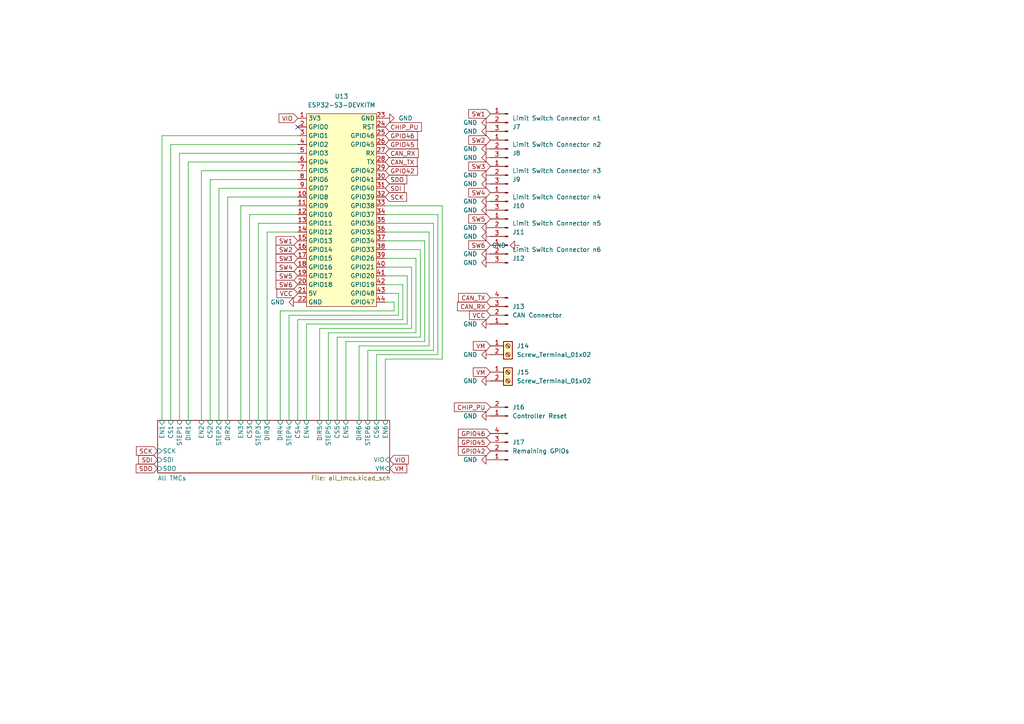
<source format=kicad_sch>
(kicad_sch (version 20250114) (generator "eeschema") (generator_version "9.0")
  (paper "A4")
  (lib_symbols
    (symbol "Connector:Conn_01x02_Pin" (pin_names (offset 1.016) (hide yes))
      (property "Reference" "J" (at 0 2.54 0))
      (property "Value" "Conn_01x02_Pin" (at 0 -5.08 0))
      (symbol "Conn_01x02_Pin_1_1"
        (rectangle (start 0.8636 0.127) (end 0 -0.127) (stroke (width 0.1524)) (fill (type outline)))
        (rectangle (start 0.8636 -2.413) (end 0 -2.667) (stroke (width 0.1524)) (fill (type outline)))
        (polyline (pts (xy 1.27 0) (xy 0.8636 0)) (stroke (width 0.1524)))
        (polyline (pts (xy 1.27 -2.54) (xy 0.8636 -2.54)) (stroke (width 0.1524)))
        (pin passive line (at 5.08 0 180) (length 3.81) (name "Pin_1") (number "1"))
        (pin passive line (at 5.08 -2.54 180) (length 3.81) (name "Pin_2") (number "2"))
      )
    )
    (symbol "Connector:Conn_01x03_Pin" (pin_names (offset 1.016) (hide yes))
      (property "Reference" "J" (at 0 5.08 0))
      (property "Value" "Conn_01x03_Pin" (at 0 -5.08 0))
      (symbol "Conn_01x03_Pin_1_1"
        (rectangle (start 0.8636 2.667) (end 0 2.413) (stroke (width 0.1524)) (fill (type outline)))
        (rectangle (start 0.8636 0.127) (end 0 -0.127) (stroke (width 0.1524)) (fill (type outline)))
        (rectangle (start 0.8636 -2.413) (end 0 -2.667) (stroke (width 0.1524)) (fill (type outline)))
        (polyline (pts (xy 1.27 2.54) (xy 0.8636 2.54)) (stroke (width 0.1524)))
        (polyline (pts (xy 1.27 0) (xy 0.8636 0)) (stroke (width 0.1524)))
        (polyline (pts (xy 1.27 -2.54) (xy 0.8636 -2.54)) (stroke (width 0.1524)))
        (pin passive line (at 5.08 2.54 180) (length 3.81) (name "Pin_1") (number "1"))
        (pin passive line (at 5.08 0 180) (length 3.81) (name "Pin_2") (number "2"))
        (pin passive line (at 5.08 -2.54 180) (length 3.81) (name "Pin_3") (number "3"))
      )
    )
    (symbol "Connector:Conn_01x04_Pin" (pin_names (offset 1.016) (hide yes))
      (property "Reference" "J" (at 0 5.08 0))
      (property "Value" "Conn_01x04_Pin" (at 0 -7.62 0))
      (symbol "Conn_01x04_Pin_1_1"
        (rectangle (start 0.8636 2.667) (end 0 2.413) (stroke (width 0.1524)) (fill (type outline)))
        (rectangle (start 0.8636 0.127) (end 0 -0.127) (stroke (width 0.1524)) (fill (type outline)))
        (rectangle (start 0.8636 -2.413) (end 0 -2.667) (stroke (width 0.1524)) (fill (type outline)))
        (rectangle (start 0.8636 -4.953) (end 0 -5.207) (stroke (width 0.1524)) (fill (type outline)))
        (polyline (pts (xy 1.27 2.54) (xy 0.8636 2.54)) (stroke (width 0.1524)))
        (polyline (pts (xy 1.27 0) (xy 0.8636 0)) (stroke (width 0.1524)))
        (polyline (pts (xy 1.27 -2.54) (xy 0.8636 -2.54)) (stroke (width 0.1524)))
        (polyline (pts (xy 1.27 -5.08) (xy 0.8636 -5.08)) (stroke (width 0.1524)))
        (pin passive line (at 5.08 2.54 180) (length 3.81) (name "Pin_1") (number "1"))
        (pin passive line (at 5.08 0 180) (length 3.81) (name "Pin_2") (number "2"))
        (pin passive line (at 5.08 -2.54 180) (length 3.81) (name "Pin_3") (number "3"))
        (pin passive line (at 5.08 -5.08 180) (length 3.81) (name "Pin_4") (number "4"))
      )
    )
    (symbol "Connector:Screw_Terminal_01x02" (pin_names (offset 1.016) (hide yes))
      (property "Reference" "J" (at 0 2.54 0))
      (property "Value" "Screw_Terminal_01x02" (at 0 -5.08 0))
      (symbol "Screw_Terminal_01x02_1_1"
        (rectangle (start -1.27 1.27) (end 1.27 -3.81) (stroke (width 0.254)) (fill (type background)))
        (polyline (pts (xy -0.5334 0.3302) (xy 0.3302 -0.508)) (stroke (width 0.1524)))
        (polyline (pts (xy -0.5334 -2.2098) (xy 0.3302 -3.048)) (stroke (width 0.1524)))
        (polyline (pts (xy -0.3556 0.508) (xy 0.508 -0.3302)) (stroke (width 0.1524)))
        (polyline (pts (xy -0.3556 -2.032) (xy 0.508 -2.8702)) (stroke (width 0.1524)))
        (circle (center 0 0) (radius 0.635) (stroke (width 0.1524)))
        (circle (center 0 -2.54) (radius 0.635) (stroke (width 0.1524)))
        (pin passive line (at -5.08 0 0) (length 3.81) (name "Pin_1") (number "1"))
        (pin passive line (at -5.08 -2.54 0) (length 3.81) (name "Pin_2") (number "2"))
      )
    )
    (symbol "Custom Symbols:ESP32-S3-DEVKITM_FEMALE_HEADERS"
      (property "Reference" "U" (at 0 59.182 0))
      (property "Value" "ESP32-S3-DEVKITM" (at 0 57.15 0))
      (symbol "ESP32-S3-DEVKITM_FEMALE_HEADERS_1_0"
        (pin input line (at -12.7 52.07 0) (length 2.54) (name "GPIO0") (number "2"))
        (pin bidirectional line (at -12.7 49.53 0) (length 2.54) (name "GPIO1") (number "3"))
        (pin bidirectional line (at -12.7 46.99 0) (length 2.54) (name "GPIO2") (number "4"))
        (pin bidirectional line (at -12.7 44.45 0) (length 2.54) (name "GPIO3") (number "5"))
        (pin bidirectional line (at -12.7 41.91 0) (length 2.54) (name "GPIO4") (number "6"))
        (pin bidirectional line (at -12.7 39.37 0) (length 2.54) (name "GPIO5") (number "7"))
        (pin bidirectional line (at -12.7 36.83 0) (length 2.54) (name "GPIO6") (number "8"))
        (pin bidirectional line (at -12.7 34.29 0) (length 2.54) (name "GPIO7") (number "9"))
        (pin bidirectional line (at -12.7 31.75 0) (length 2.54) (name "GPIO8") (number "10"))
        (pin bidirectional line (at -12.7 29.21 0) (length 2.54) (name "GPIO9") (number "11"))
        (pin bidirectional line (at -12.7 26.67 0) (length 2.54) (name "GPIO10") (number "12"))
        (pin bidirectional line (at -12.7 24.13 0) (length 2.54) (name "GPIO11") (number "13"))
        (pin bidirectional line (at -12.7 21.59 0) (length 2.54) (name "GPIO12") (number "14"))
        (pin bidirectional line (at -12.7 19.05 0) (length 2.54) (name "GPIO13") (number "15"))
        (pin bidirectional line (at -12.7 16.51 0) (length 2.54) (name "GPIO14") (number "16"))
        (pin bidirectional line (at -12.7 13.97 0) (length 2.54) (name "GPIO15") (number "17"))
        (pin bidirectional line (at -12.7 11.43 0) (length 2.54) (name "GPIO16") (number "18"))
        (pin bidirectional line (at -12.7 8.89 0) (length 2.54) (name "GPIO17") (number "19"))
        (pin bidirectional line (at -12.7 6.35 0) (length 2.54) (name "GPIO18") (number "20"))
        (pin bidirectional line (at -12.7 3.81 0) (length 2.54) (name "5V") (number "21"))
        (pin bidirectional line (at -12.7 1.27 0) (length 2.54) (name "GND") (number "22"))
        (pin bidirectional line (at 12.7 54.61 180) (length 2.54) (name "GND") (number "23"))
        (pin bidirectional line (at 12.7 52.07 180) (length 2.54) (name "RST") (number "24"))
        (pin bidirectional line (at 12.7 49.53 180) (length 2.54) (name "GPIO46") (number "25"))
        (pin bidirectional line (at 12.7 46.99 180) (length 2.54) (name "GPIO45") (number "26"))
        (pin bidirectional line (at 12.7 44.45 180) (length 2.54) (name "RX") (number "27"))
        (pin bidirectional line (at 12.7 41.91 180) (length 2.54) (name "TX") (number "28"))
        (pin bidirectional line (at 12.7 39.37 180) (length 2.54) (name "GPIO42") (number "29"))
        (pin bidirectional line (at 12.7 36.83 180) (length 2.54) (name "GPIO41") (number "30"))
        (pin bidirectional line (at 12.7 34.29 180) (length 2.54) (name "GPIO40") (number "31"))
        (pin bidirectional line (at 12.7 31.75 180) (length 2.54) (name "GPIO39") (number "32"))
        (pin bidirectional line (at 12.7 29.21 180) (length 2.54) (name "GPIO38") (number "33"))
        (pin bidirectional line (at 12.7 26.67 180) (length 2.54) (name "GPIO37") (number "34"))
        (pin bidirectional line (at 12.7 24.13 180) (length 2.54) (name "GPIO36") (number "35"))
        (pin bidirectional line (at 12.7 21.59 180) (length 2.54) (name "GPIO35") (number "36"))
        (pin bidirectional line (at 12.7 19.05 180) (length 2.54) (name "GPIO34") (number "37"))
        (pin bidirectional line (at 12.7 16.51 180) (length 2.54) (name "GPIO33") (number "38"))
        (pin bidirectional line (at 12.7 13.97 180) (length 2.54) (name "GPIO26") (number "39"))
        (pin bidirectional line (at 12.7 11.43 180) (length 2.54) (name "GPIO21") (number "40"))
        (pin bidirectional line (at 12.7 8.89 180) (length 2.54) (name "GPIO20") (number "41"))
        (pin bidirectional line (at 12.7 6.35 180) (length 2.54) (name "GPIO19") (number "42"))
        (pin bidirectional line (at 12.7 3.81 180) (length 2.54) (name "GPIO48") (number "43"))
        (pin bidirectional line (at 12.7 1.27 180) (length 2.54) (name "GPIO47") (number "44"))
      )
      (symbol "ESP32-S3-DEVKITM_FEMALE_HEADERS_1_1"
        (rectangle (start -10.16 55.88) (end 10.16 0) (fill (type background)))
        (pin bidirectional line (at -12.7 54.61 0) (length 2.54) (name "3V3") (number "1"))
      )
    )
    (symbol "power:GND" (power) (pin_numbers (hide yes)) (pin_names (offset 0) (hide yes))
      (property "Value" "GND" (at 0 -3.81 0))
      (symbol "GND_0_1"
        (polyline (pts (xy 0 0) (xy 0 -1.27) (xy 1.27 -1.27) (xy 0 -2.54) (xy -1.27 -1.27) (xy 0 -1.27)))
      )
      (symbol "GND_1_1"
        (pin power_in line (at 0 0 270) (length 0) (name "~") (number "1"))
      )
    )
  )
  (no_connect (at 86.36 36.83))
  (wire (pts (xy 119.38 77.47) (xy 111.76 77.47)))
  (wire (pts (xy 49.53 41.91) (xy 49.53 121.92)))
  (wire (pts (xy 125.73 64.77) (xy 125.73 101.6)))
  (wire (pts (xy 124.46 67.31) (xy 124.46 100.33)))
  (wire (pts (xy 104.14 100.33) (xy 124.46 100.33)))
  (wire (pts (xy 115.57 91.44) (xy 115.57 85.09)))
  (wire (pts (xy 128.27 59.69) (xy 128.27 104.14)))
  (wire (pts (xy 120.65 74.93) (xy 111.76 74.93)))
  (wire (pts (xy 100.33 99.06) (xy 123.19 99.06)))
  (wire (pts (xy 114.3 90.17) (xy 114.3 87.63)))
  (wire (pts (xy 116.84 82.55) (xy 111.76 82.55)))
  (wire (pts (xy 74.93 64.77) (xy 74.93 121.92)))
  (wire (pts (xy 83.82 121.92) (xy 83.82 91.44)))
  (wire (pts (xy 58.42 49.53) (xy 58.42 121.92)))
  (wire (pts (xy 88.9 93.98) (xy 118.11 93.98)))
  (wire (pts (xy 86.36 52.07) (xy 60.96 52.07)))
  (wire (pts (xy 123.19 69.85) (xy 111.76 69.85)))
  (wire (pts (xy 83.82 91.44) (xy 115.57 91.44)))
  (wire (pts (xy 106.68 121.92) (xy 106.68 101.6)))
  (wire (pts (xy 86.36 62.23) (xy 72.39 62.23)))
  (wire (pts (xy 63.5 54.61) (xy 63.5 121.92)))
  (wire (pts (xy 86.36 121.92) (xy 86.36 92.71)))
  (wire (pts (xy 111.76 104.14) (xy 128.27 104.14)))
  (wire (pts (xy 92.71 95.25) (xy 119.38 95.25)))
  (wire (pts (xy 118.11 80.01) (xy 111.76 80.01)))
  (wire (pts (xy 86.36 59.69) (xy 69.85 59.69)))
  (wire (pts (xy 86.36 44.45) (xy 52.07 44.45)))
  (wire (pts (xy 72.39 62.23) (xy 72.39 121.92)))
  (wire (pts (xy 86.36 92.71) (xy 116.84 92.71)))
  (wire (pts (xy 66.04 57.15) (xy 66.04 121.92)))
  (wire (pts (xy 81.28 90.17) (xy 114.3 90.17)))
  (wire (pts (xy 86.36 57.15) (xy 66.04 57.15)))
  (wire (pts (xy 118.11 93.98) (xy 118.11 80.01)))
  (wire (pts (xy 127 62.23) (xy 127 102.87)))
  (wire (pts (xy 127 62.23) (xy 111.76 62.23)))
  (wire (pts (xy 123.19 69.85) (xy 123.19 99.06)))
  (wire (pts (xy 60.96 52.07) (xy 60.96 121.92)))
  (wire (pts (xy 92.71 121.92) (xy 92.71 95.25)))
  (wire (pts (xy 125.73 64.77) (xy 111.76 64.77)))
  (wire (pts (xy 86.36 54.61) (xy 63.5 54.61)))
  (wire (pts (xy 52.07 44.45) (xy 52.07 121.92)))
  (wire (pts (xy 128.27 59.69) (xy 111.76 59.69)))
  (wire (pts (xy 116.84 92.71) (xy 116.84 82.55)))
  (wire (pts (xy 120.65 74.93) (xy 120.65 96.52)))
  (wire (pts (xy 97.79 121.92) (xy 97.79 97.79)))
  (wire (pts (xy 104.14 121.92) (xy 104.14 100.33)))
  (wire (pts (xy 106.68 101.6) (xy 125.73 101.6)))
  (wire (pts (xy 95.25 121.92) (xy 95.25 96.52)))
  (wire (pts (xy 86.36 46.99) (xy 54.61 46.99)))
  (wire (pts (xy 97.79 97.79) (xy 121.92 97.79)))
  (wire (pts (xy 86.36 41.91) (xy 49.53 41.91)))
  (wire (pts (xy 121.92 72.39) (xy 121.92 97.79)))
  (wire (pts (xy 46.99 39.37) (xy 46.99 121.92)))
  (wire (pts (xy 111.76 121.92) (xy 111.76 104.14)))
  (wire (pts (xy 86.36 67.31) (xy 77.47 67.31)))
  (wire (pts (xy 95.25 96.52) (xy 120.65 96.52)))
  (wire (pts (xy 86.36 39.37) (xy 46.99 39.37)))
  (wire (pts (xy 81.28 121.92) (xy 81.28 90.17)))
  (wire (pts (xy 121.92 72.39) (xy 111.76 72.39)))
  (wire (pts (xy 77.47 67.31) (xy 77.47 121.92)))
  (wire (pts (xy 86.36 49.53) (xy 58.42 49.53)))
  (wire (pts (xy 100.33 121.92) (xy 100.33 99.06)))
  (wire (pts (xy 114.3 87.63) (xy 111.76 87.63)))
  (wire (pts (xy 124.46 67.31) (xy 111.76 67.31)))
  (wire (pts (xy 86.36 64.77) (xy 74.93 64.77)))
  (wire (pts (xy 119.38 77.47) (xy 119.38 95.25)))
  (wire (pts (xy 115.57 85.09) (xy 111.76 85.09)))
  (wire (pts (xy 69.85 59.69) (xy 69.85 121.92)))
  (wire (pts (xy 88.9 121.92) (xy 88.9 93.98)))
  (wire (pts (xy 109.22 121.92) (xy 109.22 102.87)))
  (wire (pts (xy 109.22 102.87) (xy 127 102.87)))
  (wire (pts (xy 54.61 46.99) (xy 54.61 121.92)))
  (global_label "SDI" (shape input) (at 45.72 133.35 180) (property "Intersheetrefs" "${INTERSHEET_REFS}" (effects (hide yes))))
  (global_label "VIO" (shape input) (at 86.36 34.29 180) (property "Intersheetrefs" "${INTERSHEET_REFS}" (effects (hide yes))))
  (global_label "GPIO42" (shape input) (at 142.24 130.81 180) (property "Intersheetrefs" "${INTERSHEET_REFS}" (effects (hide yes))))
  (global_label "SW6" (shape input) (at 86.36 82.55 180) (property "Intersheetrefs" "${INTERSHEET_REFS}" (effects (hide yes))))
  (global_label "CAN_RX" (shape input) (at 142.24 88.9 180) (property "Intersheetrefs" "${INTERSHEET_REFS}" (effects (hide yes))))
  (global_label "VM" (shape input) (at 142.24 100.33 180) (property "Intersheetrefs" "${INTERSHEET_REFS}" (effects (hide yes))))
  (global_label "GPIO46" (shape input) (at 111.76 39.37 0) (property "Intersheetrefs" "${INTERSHEET_REFS}" (effects (hide yes))))
  (global_label "SDO" (shape input) (at 111.76 52.07 0) (property "Intersheetrefs" "${INTERSHEET_REFS}" (effects (hide yes))))
  (global_label "CAN_RX" (shape input) (at 111.76 44.45 0) (property "Intersheetrefs" "${INTERSHEET_REFS}" (effects (hide yes))))
  (global_label "SW1" (shape input) (at 86.36 69.85 180) (property "Intersheetrefs" "${INTERSHEET_REFS}" (effects (hide yes))))
  (global_label "SCK" (shape input) (at 111.76 57.15 0) (property "Intersheetrefs" "${INTERSHEET_REFS}" (effects (hide yes))))
  (global_label "SW3" (shape input) (at 142.24 48.26 180) (property "Intersheetrefs" "${INTERSHEET_REFS}" (effects (hide yes))))
  (global_label "GPIO45" (shape input) (at 111.76 41.91 0) (property "Intersheetrefs" "${INTERSHEET_REFS}" (effects (hide yes))))
  (global_label "SDI" (shape input) (at 111.76 54.61 0) (property "Intersheetrefs" "${INTERSHEET_REFS}" (effects (hide yes))))
  (global_label "GPIO46" (shape input) (at 142.24 125.73 180) (property "Intersheetrefs" "${INTERSHEET_REFS}" (effects (hide yes))))
  (global_label "SCK" (shape input) (at 45.72 130.81 180) (property "Intersheetrefs" "${INTERSHEET_REFS}" (effects (hide yes))))
  (global_label "SW3" (shape input) (at 86.36 74.93 180) (property "Intersheetrefs" "${INTERSHEET_REFS}" (effects (hide yes))))
  (global_label "SDO" (shape input) (at 45.72 135.89 180) (property "Intersheetrefs" "${INTERSHEET_REFS}" (effects (hide yes))))
  (global_label "CHIP_PU" (shape input) (at 142.24 118.11 180) (property "Intersheetrefs" "${INTERSHEET_REFS}" (effects (hide yes))))
  (global_label "CAN_TX" (shape input) (at 142.24 86.36 180) (property "Intersheetrefs" "${INTERSHEET_REFS}" (effects (hide yes))))
  (global_label "SW4" (shape input) (at 142.24 55.88 180) (property "Intersheetrefs" "${INTERSHEET_REFS}" (effects (hide yes))))
  (global_label "VM" (shape input) (at 142.24 107.95 180) (property "Intersheetrefs" "${INTERSHEET_REFS}" (effects (hide yes))))
  (global_label "GPIO42" (shape input) (at 111.76 49.53 0) (property "Intersheetrefs" "${INTERSHEET_REFS}" (effects (hide yes))))
  (global_label "VIO" (shape input) (at 113.03 133.35 0) (property "Intersheetrefs" "${INTERSHEET_REFS}" (effects (hide yes))))
  (global_label "VCC" (shape input) (at 142.24 91.44 180) (property "Intersheetrefs" "${INTERSHEET_REFS}" (effects (hide yes))))
  (global_label "VM" (shape input) (at 113.03 135.89 0) (property "Intersheetrefs" "${INTERSHEET_REFS}" (effects (hide yes))))
  (global_label "SW2" (shape input) (at 142.24 40.64 180) (property "Intersheetrefs" "${INTERSHEET_REFS}" (effects (hide yes))))
  (global_label "VCC" (shape input) (at 86.36 85.09 180) (property "Intersheetrefs" "${INTERSHEET_REFS}" (effects (hide yes))))
  (global_label "SW5" (shape input) (at 86.36 80.01 180) (property "Intersheetrefs" "${INTERSHEET_REFS}" (effects (hide yes))))
  (global_label "CAN_TX" (shape input) (at 111.76 46.99 0) (property "Intersheetrefs" "${INTERSHEET_REFS}" (effects (hide yes))))
  (global_label "CHIP_PU" (shape input) (at 111.76 36.83 0) (property "Intersheetrefs" "${INTERSHEET_REFS}" (effects (hide yes))))
  (global_label "GPIO45" (shape input) (at 142.24 128.27 180) (property "Intersheetrefs" "${INTERSHEET_REFS}" (effects (hide yes))))
  (global_label "SW2" (shape input) (at 86.36 72.39 180) (property "Intersheetrefs" "${INTERSHEET_REFS}" (effects (hide yes))))
  (global_label "SW4" (shape input) (at 86.36 77.47 180) (property "Intersheetrefs" "${INTERSHEET_REFS}" (effects (hide yes))))
  (global_label "SW1" (shape input) (at 142.24 33.02 180) (property "Intersheetrefs" "${INTERSHEET_REFS}" (effects (hide yes))))
  (global_label "SW5" (shape input) (at 142.24 63.5 180) (property "Intersheetrefs" "${INTERSHEET_REFS}" (effects (hide yes))))
  (global_label "SW6" (shape input) (at 142.24 71.12 180) (property "Intersheetrefs" "${INTERSHEET_REFS}" (effects (hide yes))))
  (symbol (lib_id "Connector:Conn_01x04_Pin") (at 147.32 91.44 180) (unit 1)
    (property "Reference" "J13" (at 148.59 88.8999 0) (effects (justify right)))
    (property "Value" "CAN Connector" (at 148.59 91.4399 0) (effects (justify right)))
    (property "Footprint" "Connector_PinHeader_2.54mm:PinHeader_1x04_P2.54mm_Vertical" (effects (hide yes)))
    (property "Description" "Generic connector, single row, 01x04, script generated" (effects (hide yes)))
  )
  (symbol (lib_id "power:GND") (at 142.24 58.42 270) (unit 1)
    (property "Reference" "#PWR023" (effects (hide yes)))
    (property "Value" "GND" (at 138.43 58.4199 90) (effects (justify right)))
    (property "Description" "Power symbol creates a global label with name \"GND\" , ground" (effects (hide yes)))
  )
  (symbol (lib_id "power:GND") (at 142.24 53.34 270) (unit 1)
    (property "Reference" "#PWR059" (effects (hide yes)))
    (property "Value" "GND" (at 138.43 53.3399 90) (effects (justify right)))
    (property "Description" "Power symbol creates a global label with name \"GND\" , ground" (effects (hide yes)))
  )
  (symbol (lib_id "Custom Symbols:ESP32-S3-DEVKITM_FEMALE_HEADERS") (at 99.06 88.9 0) (unit 1)
    (property "Reference" "U13" (at 99.06 27.94 0))
    (property "Value" "ESP32-S3-DEVKITM" (at 99.06 30.48 0))
    (property "Footprint" "Custom_Footprints:ESP32-S3-DEVKITM Female Headers" (effects (hide yes)))
  )
  (symbol (lib_id "Connector:Conn_01x04_Pin") (at 147.32 130.81 180) (unit 1)
    (property "Reference" "J17" (at 148.59 128.2699 0) (effects (justify right)))
    (property "Value" "Remaining GPIOs" (at 148.59 130.8099 0) (effects (justify right)))
    (property "Footprint" "Connector_PinHeader_2.54mm:PinHeader_1x04_P2.54mm_Vertical" (effects (hide yes)))
    (property "Description" "Generic connector, single row, 01x04, script generated" (effects (hide yes)))
  )
  (symbol (lib_id "Connector:Conn_01x03_Pin") (at 147.32 73.66 0) (mirror y) (unit 1)
    (property "Reference" "J12" (at 148.59 74.9301 0) (effects (justify right)))
    (property "Value" "Limit Switch Connector n6" (at 148.59 72.3901 0) (effects (justify right)))
    (property "Footprint" "Connector_PinHeader_2.54mm:PinHeader_1x03_P2.54mm_Vertical" (effects (hide yes)))
    (property "Description" "Generic connector, single row, 01x03, script generated" (effects (hide yes)))
  )
  (symbol (lib_id "Connector:Conn_01x02_Pin") (at 147.32 120.65 180) (unit 1)
    (property "Reference" "J16" (at 148.59 118.1099 0) (effects (justify right)))
    (property "Value" "Controller Reset" (at 148.59 120.6499 0) (effects (justify right)))
    (property "Footprint" "Connector_PinHeader_2.54mm:PinHeader_1x02_P2.54mm_Vertical" (effects (hide yes)))
    (property "Description" "Generic connector, single row, 01x02, script generated" (effects (hide yes)))
  )
  (symbol (lib_id "power:GND") (at 111.76 34.29 90) (unit 1)
    (property "Reference" "#PWR04" (effects (hide yes)))
    (property "Value" "GND" (at 115.57 34.2899 90) (effects (justify right)))
    (property "Description" "Power symbol creates a global label with name \"GND\" , ground" (effects (hide yes)))
  )
  (symbol (lib_id "power:GND") (at 142.24 60.96 270) (unit 1)
    (property "Reference" "#PWR058" (effects (hide yes)))
    (property "Value" "GND" (at 138.43 60.9599 90) (effects (justify right)))
    (property "Description" "Power symbol creates a global label with name \"GND\" , ground" (effects (hide yes)))
  )
  (symbol (lib_id "power:GND") (at 142.24 68.58 270) (unit 1)
    (property "Reference" "#PWR057" (effects (hide yes)))
    (property "Value" "GND" (at 138.43 68.5799 90) (effects (justify right)))
    (property "Description" "Power symbol creates a global label with name \"GND\" , ground" (effects (hide yes)))
  )
  (symbol (lib_id "Connector:Conn_01x03_Pin") (at 147.32 43.18 0) (mirror y) (unit 1)
    (property "Reference" "J8" (at 148.59 44.4501 0) (effects (justify right)))
    (property "Value" "Limit Switch Connector n2" (at 148.59 41.9101 0) (effects (justify right)))
    (property "Footprint" "Connector_PinHeader_2.54mm:PinHeader_1x03_P2.54mm_Vertical" (effects (hide yes)))
    (property "Description" "Generic connector, single row, 01x03, script generated" (effects (hide yes)))
  )
  (symbol (lib_id "power:GND") (at 142.24 120.65 270) (unit 1)
    (property "Reference" "#PWR02" (effects (hide yes)))
    (property "Value" "GND" (at 138.43 120.6499 90) (effects (justify right)))
    (property "Description" "Power symbol creates a global label with name \"GND\" , ground" (effects (hide yes)))
  )
  (symbol (lib_id "power:GND") (at 142.24 133.35 270) (unit 1)
    (property "Reference" "#PWR06" (effects (hide yes)))
    (property "Value" "GND" (at 138.43 133.3499 90) (effects (justify right)))
    (property "Description" "Power symbol creates a global label with name \"GND\" , ground" (effects (hide yes)))
  )
  (symbol (lib_id "Connector:Screw_Terminal_01x02") (at 147.32 100.33 0) (unit 1)
    (property "Reference" "J14" (at 149.86 100.3299 0) (effects (justify left)))
    (property "Value" "Screw_Terminal_01x02" (at 149.86 102.8699 0) (effects (justify left)))
    (property "Footprint" "Custom_Footprints:Phoenix_TerminalBlock_1x02_3.5mm_1984617" (effects (hide yes)))
    (property "Description" "Generic screw terminal, single row, 01x02, script generated (kicad-library-utils/schlib/autogen/connector/)" (effects (hide yes)))
  )
  (symbol (lib_id "power:GND") (at 142.24 93.98 270) (unit 1)
    (property "Reference" "#PWR026" (effects (hide yes)))
    (property "Value" "GND" (at 138.43 93.9799 90) (effects (justify right)))
    (property "Description" "Power symbol creates a global label with name \"GND\" , ground" (effects (hide yes)))
  )
  (symbol (lib_id "Connector:Conn_01x03_Pin") (at 147.32 58.42 0) (mirror y) (unit 1)
    (property "Reference" "J10" (at 148.59 59.6901 0) (effects (justify right)))
    (property "Value" "Limit Switch Connector n4" (at 148.59 57.1501 0) (effects (justify right)))
    (property "Footprint" "Connector_PinHeader_2.54mm:PinHeader_1x03_P2.54mm_Vertical" (effects (hide yes)))
    (property "Description" "Generic connector, single row, 01x03, script generated" (effects (hide yes)))
  )
  (symbol (lib_id "power:GND") (at 142.24 76.2 270) (unit 1)
    (property "Reference" "#PWR027" (effects (hide yes)))
    (property "Value" "GND" (at 138.43 76.1999 90) (effects (justify right)))
    (property "Description" "Power symbol creates a global label with name \"GND\" , ground" (effects (hide yes)))
  )
  (symbol (lib_id "Connector:Conn_01x03_Pin") (at 147.32 35.56 0) (mirror y) (unit 1)
    (property "Reference" "J7" (at 148.59 36.8301 0) (effects (justify right)))
    (property "Value" "Limit Switch Connector n1" (at 148.59 34.2901 0) (effects (justify right)))
    (property "Footprint" "Connector_PinHeader_2.54mm:PinHeader_1x03_P2.54mm_Vertical" (effects (hide yes)))
    (property "Description" "Generic connector, single row, 01x03, script generated" (effects (hide yes)))
  )
  (symbol (lib_id "power:GND") (at 142.24 102.87 270) (unit 1)
    (property "Reference" "#PWR01" (effects (hide yes)))
    (property "Value" "GND" (at 138.43 102.8699 90) (effects (justify right)))
    (property "Description" "Power symbol creates a global label with name \"GND\" , ground" (effects (hide yes)))
  )
  (symbol (lib_id "power:GND") (at 142.24 45.72 270) (unit 1)
    (property "Reference" "#PWR060" (effects (hide yes)))
    (property "Value" "GND" (at 138.43 45.7199 90) (effects (justify right)))
    (property "Description" "Power symbol creates a global label with name \"GND\" , ground" (effects (hide yes)))
  )
  (symbol (lib_id "power:GND") (at 150.5501 71.1792 270) (unit 1)
    (property "Reference" "#PWR062" (effects (hide yes)))
    (property "Value" "GND" (at 146.7401 71.1791 90) (effects (justify right)))
    (property "Description" "Power symbol creates a global label with name \"GND\" , ground" (effects (hide yes)))
  )
  (symbol (lib_id "power:GND") (at 142.24 73.66 270) (unit 1)
    (property "Reference" "#PWR025" (effects (hide yes)))
    (property "Value" "GND" (at 138.43 73.6599 90) (effects (justify right)))
    (property "Description" "Power symbol creates a global label with name \"GND\" , ground" (effects (hide yes)))
  )
  (symbol (lib_id "power:GND") (at 142.24 66.04 270) (unit 1)
    (property "Reference" "#PWR024" (effects (hide yes)))
    (property "Value" "GND" (at 138.43 66.0399 90) (effects (justify right)))
    (property "Description" "Power symbol creates a global label with name \"GND\" , ground" (effects (hide yes)))
  )
  (symbol (lib_id "power:GND") (at 142.24 110.49 270) (unit 1)
    (property "Reference" "#PWR03" (effects (hide yes)))
    (property "Value" "GND" (at 138.43 110.4899 90) (effects (justify right)))
    (property "Description" "Power symbol creates a global label with name \"GND\" , ground" (effects (hide yes)))
  )
  (symbol (lib_id "power:GND") (at 86.36 87.63 270) (unit 1)
    (property "Reference" "#PWR05" (effects (hide yes)))
    (property "Value" "GND" (at 82.55 87.6299 90) (effects (justify right)))
    (property "Description" "Power symbol creates a global label with name \"GND\" , ground" (effects (hide yes)))
  )
  (symbol (lib_id "power:GND") (at 142.24 43.18 270) (unit 1)
    (property "Reference" "#PWR021" (effects (hide yes)))
    (property "Value" "GND" (at 138.43 43.1799 90) (effects (justify right)))
    (property "Description" "Power symbol creates a global label with name \"GND\" , ground" (effects (hide yes)))
  )
  (symbol (lib_id "Connector:Conn_01x03_Pin") (at 147.32 66.04 0) (mirror y) (unit 1)
    (property "Reference" "J11" (at 148.59 67.3101 0) (effects (justify right)))
    (property "Value" "Limit Switch Connector n5" (at 148.59 64.7701 0) (effects (justify right)))
    (property "Footprint" "Connector_PinHeader_2.54mm:PinHeader_1x03_P2.54mm_Vertical" (effects (hide yes)))
    (property "Description" "Generic connector, single row, 01x03, script generated" (effects (hide yes)))
  )
  (symbol (lib_id "power:GND") (at 142.24 38.1 270) (unit 1)
    (property "Reference" "#PWR061" (effects (hide yes)))
    (property "Value" "GND" (at 138.43 38.0999 90) (effects (justify right)))
    (property "Description" "Power symbol creates a global label with name \"GND\" , ground" (effects (hide yes)))
  )
  (symbol (lib_id "power:GND") (at 142.24 50.8 270) (unit 1)
    (property "Reference" "#PWR022" (effects (hide yes)))
    (property "Value" "GND" (at 138.43 50.7999 90) (effects (justify right)))
    (property "Description" "Power symbol creates a global label with name \"GND\" , ground" (effects (hide yes)))
  )
  (symbol (lib_id "power:GND") (at 142.24 35.56 270) (unit 1)
    (property "Reference" "#PWR020" (effects (hide yes)))
    (property "Value" "GND" (at 138.43 35.5599 90) (effects (justify right)))
    (property "Description" "Power symbol creates a global label with name \"GND\" , ground" (effects (hide yes)))
  )
  (symbol (lib_id "Connector:Screw_Terminal_01x02") (at 147.32 107.95 0) (unit 1)
    (property "Reference" "J15" (at 149.86 107.9499 0) (effects (justify left)))
    (property "Value" "Screw_Terminal_01x02" (at 149.86 110.4899 0) (effects (justify left)))
    (property "Footprint" "Custom_Footprints:Phoenix_TerminalBlock_1x02_3.5mm_1984617" (effects (hide yes)))
    (property "Description" "Generic screw terminal, single row, 01x02, script generated (kicad-library-utils/schlib/autogen/connector/)" (effects (hide yes)))
  )
  (symbol (lib_id "Connector:Conn_01x03_Pin") (at 147.32 50.8 0) (mirror y) (unit 1)
    (property "Reference" "J9" (at 148.59 52.0701 0) (effects (justify right)))
    (property "Value" "Limit Switch Connector n3" (at 148.59 49.5301 0) (effects (justify right)))
    (property "Footprint" "Connector_PinHeader_2.54mm:PinHeader_1x03_P2.54mm_Vertical" (effects (hide yes)))
    (property "Description" "Generic connector, single row, 01x03, script generated" (effects (hide yes)))
  )
  (sheet (at 45.72 121.92) (size 67.31 15.24) (stroke (width 0.1524))
    (property "Sheetname" "All TMCs" (at 45.72 139.446 0) (effects (justify left bottom)))
    (property "Sheetfile" "all_tmcs.kicad_sch" (at 90.17 137.922 0) (effects (justify left top)))
    (pin "SCK" input (at 45.72 130.81 180))
    (pin "SDI" input (at 45.72 133.35 180))
    (pin "SDO" input (at 45.72 135.89 180))
    (pin "VIO" input (at 113.03 133.35 0))
    (pin "VM" input (at 113.03 135.89 0))
    (pin "CS1" input (at 49.53 121.92 90))
    (pin "CS2" input (at 60.96 121.92 90))
    (pin "CS3" input (at 72.39 121.92 90))
    (pin "CS4" input (at 86.36 121.92 90))
    (pin "CS5" input (at 97.79 121.92 90))
    (pin "CS6" input (at 109.22 121.92 90))
    (pin "DIR1" input (at 54.61 121.92 90))
    (pin "DIR2" input (at 66.04 121.92 90))
    (pin "DIR3" input (at 77.47 121.92 90))
    (pin "DIR4" input (at 81.28 121.92 90))
    (pin "DIR5" input (at 92.71 121.92 90))
    (pin "DIR6" input (at 104.14 121.92 90))
    (pin "EN1" input (at 46.99 121.92 90))
    (pin "EN2" input (at 58.42 121.92 90))
    (pin "EN3" input (at 69.85 121.92 90))
    (pin "EN4" input (at 88.9 121.92 90))
    (pin "EN5" input (at 100.33 121.92 90))
    (pin "EN6" input (at 111.76 121.92 90))
    (pin "STEP1" input (at 52.07 121.92 90))
    (pin "STEP2" input (at 63.5 121.92 90))
    (pin "STEP3" input (at 74.93 121.92 90))
    (pin "STEP4" input (at 83.82 121.92 90))
    (pin "STEP5" input (at 95.25 121.92 90))
    (pin "STEP6" input (at 106.68 121.92 90))
  )
)
</source>
